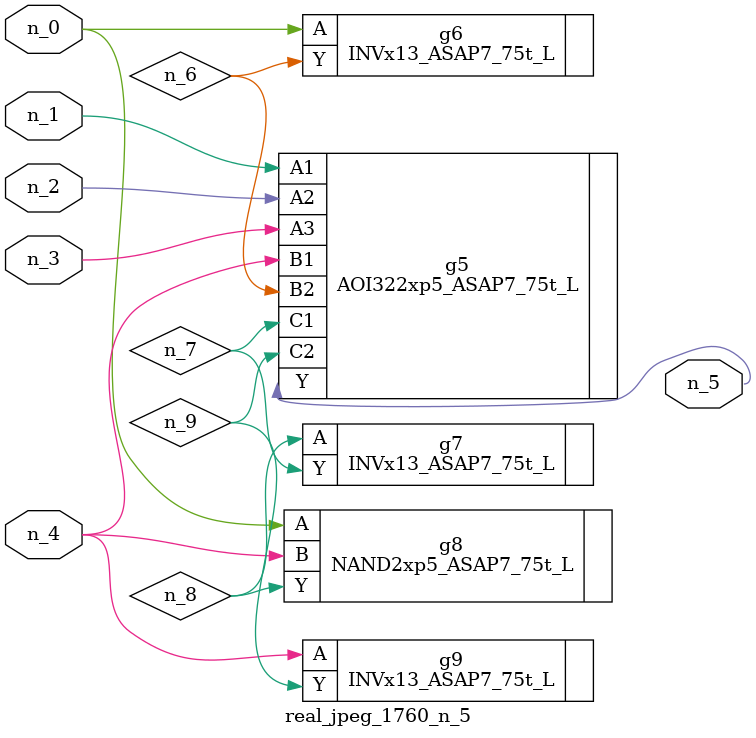
<source format=v>
module real_jpeg_1760_n_5 (n_4, n_0, n_1, n_2, n_3, n_5);

input n_4;
input n_0;
input n_1;
input n_2;
input n_3;

output n_5;

wire n_8;
wire n_6;
wire n_7;
wire n_9;

INVx13_ASAP7_75t_L g6 ( 
.A(n_0),
.Y(n_6)
);

NAND2xp5_ASAP7_75t_L g8 ( 
.A(n_0),
.B(n_4),
.Y(n_8)
);

AOI322xp5_ASAP7_75t_L g5 ( 
.A1(n_1),
.A2(n_2),
.A3(n_3),
.B1(n_4),
.B2(n_6),
.C1(n_7),
.C2(n_9),
.Y(n_5)
);

INVx13_ASAP7_75t_L g9 ( 
.A(n_4),
.Y(n_9)
);

INVx13_ASAP7_75t_L g7 ( 
.A(n_8),
.Y(n_7)
);


endmodule
</source>
